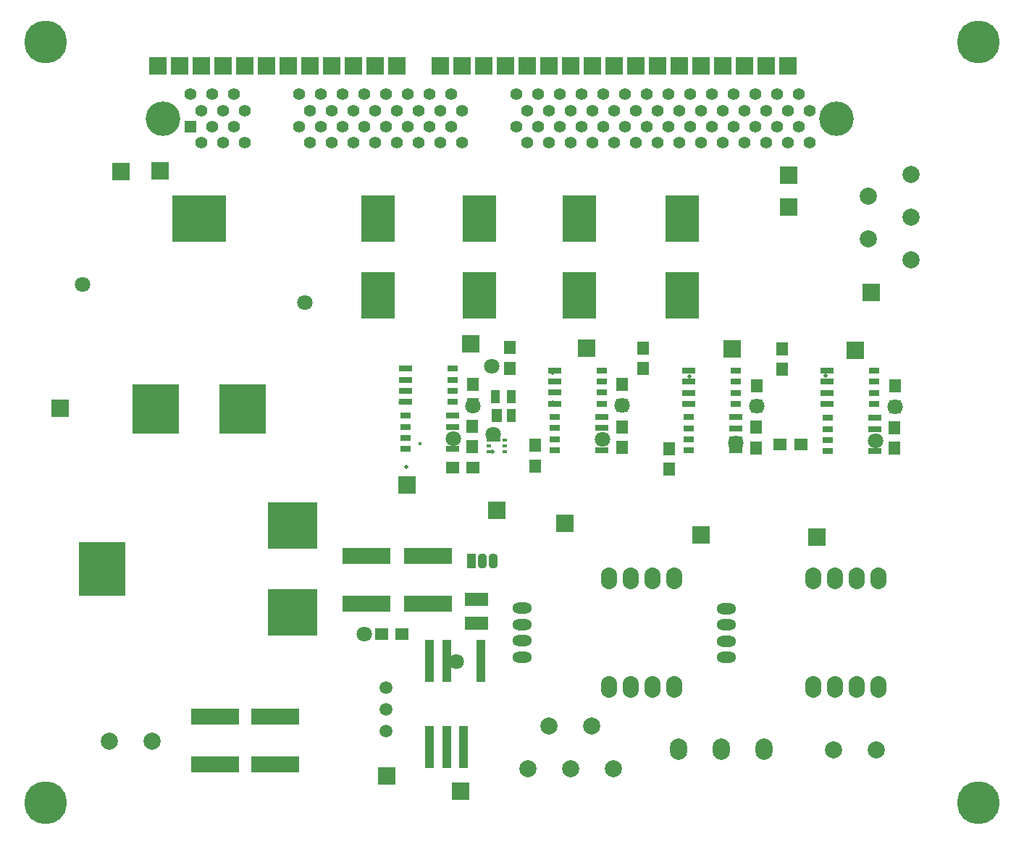
<source format=gts>
G04 Layer_Color=8388736*
%FSLAX44Y44*%
%MOMM*%
G71*
G01*
G75*
%ADD11R,5.7000X1.9000*%
%ADD12R,1.0000X5.0000*%
%ADD13R,1.0000X1.5000*%
%ADD14R,1.2500X1.5000*%
%ADD15R,1.5000X0.8000*%
%ADD16R,1.2000X0.8000*%
%ADD19R,4.0000X5.5000*%
%ADD20R,2.7000X1.6000*%
%ADD21R,5.5000X5.8000*%
%ADD22R,6.3500X5.4000*%
%ADD23R,5.4000X6.3500*%
%ADD24R,5.8000X5.5000*%
%ADD25R,1.4000X1.5000*%
%ADD26R,1.5000X1.4000*%
%ADD31R,2.0000X2.0000*%
%ADD32R,2.0000X2.0000*%
%ADD33O,1.9000X2.5400*%
%ADD34O,2.3000X1.3000*%
%ADD35C,1.5000*%
%ADD36C,2.0000*%
%ADD39O,2.0000X2.5000*%
%ADD40C,5.0000*%
%ADD41C,1.4000*%
%ADD42R,1.4000X1.4000*%
%ADD43C,4.0400*%
%ADD44C,1.8000*%
%ADD45C,0.5000*%
%ADD46C,0.4000*%
%ADD73R,0.5000X0.4500*%
%ADD74R,1.0000X0.4500*%
%ADD75R,1.1000X1.8000*%
%ADD76O,1.1000X1.8000*%
D11*
X477012Y318858D02*
D03*
Y262858D02*
D03*
X404622Y318858D02*
D03*
Y262858D02*
D03*
X228092Y74898D02*
D03*
Y130898D02*
D03*
X297942D02*
D03*
Y74898D02*
D03*
D12*
X498508Y195316D02*
D03*
X478508Y95316D02*
D03*
X538508Y195316D02*
D03*
X478508D02*
D03*
X518508Y95316D02*
D03*
X498508D02*
D03*
D13*
X555294Y504472D02*
D03*
X574294D02*
D03*
Y482472D02*
D03*
D14*
X557294D02*
D03*
D15*
X450342Y537630D02*
D03*
Y524630D02*
D03*
Y511630D02*
D03*
Y498630D02*
D03*
X505460Y482374D02*
D03*
Y469374D02*
D03*
Y456374D02*
D03*
Y443374D02*
D03*
X998982Y440834D02*
D03*
Y453834D02*
D03*
Y466834D02*
D03*
Y479834D02*
D03*
X943796Y496148D02*
D03*
Y509148D02*
D03*
Y522148D02*
D03*
Y535148D02*
D03*
X836930Y441734D02*
D03*
Y454734D02*
D03*
Y467734D02*
D03*
Y480734D02*
D03*
X782066Y496298D02*
D03*
Y509298D02*
D03*
Y522298D02*
D03*
Y535298D02*
D03*
X679958Y441988D02*
D03*
Y454988D02*
D03*
Y467988D02*
D03*
Y480988D02*
D03*
X625286Y496628D02*
D03*
Y509628D02*
D03*
Y522628D02*
D03*
Y535628D02*
D03*
D16*
X505342Y537630D02*
D03*
Y524630D02*
D03*
Y511630D02*
D03*
Y498630D02*
D03*
X450460Y482374D02*
D03*
Y469374D02*
D03*
Y456374D02*
D03*
Y443374D02*
D03*
X943982Y440834D02*
D03*
Y453834D02*
D03*
Y466834D02*
D03*
Y479834D02*
D03*
X998796Y496148D02*
D03*
Y509148D02*
D03*
Y522148D02*
D03*
Y535148D02*
D03*
X781930Y441734D02*
D03*
Y454734D02*
D03*
Y467734D02*
D03*
Y480734D02*
D03*
X837066Y496298D02*
D03*
Y509298D02*
D03*
Y522298D02*
D03*
Y535298D02*
D03*
X624958Y441988D02*
D03*
Y454988D02*
D03*
Y467988D02*
D03*
Y480988D02*
D03*
X680286Y496628D02*
D03*
Y509628D02*
D03*
Y522628D02*
D03*
Y535628D02*
D03*
D19*
X773684Y623344D02*
D03*
Y713344D02*
D03*
X653542Y713048D02*
D03*
Y623048D02*
D03*
X536702D02*
D03*
Y713048D02*
D03*
X418592D02*
D03*
Y623048D02*
D03*
D20*
X533908Y267774D02*
D03*
Y239774D02*
D03*
D21*
X158242Y490248D02*
D03*
X259842D02*
D03*
D22*
X209042Y712648D02*
D03*
D23*
X95862Y303558D02*
D03*
D24*
X318262Y354358D02*
D03*
Y252758D02*
D03*
D25*
X1022350Y444438D02*
D03*
Y468438D02*
D03*
X860298Y444782D02*
D03*
Y468782D02*
D03*
X704088Y445482D02*
D03*
Y469482D02*
D03*
X528320Y445990D02*
D03*
Y469990D02*
D03*
X529336Y519266D02*
D03*
Y495266D02*
D03*
X1022604Y493234D02*
D03*
Y517234D02*
D03*
X861314Y517550D02*
D03*
Y493550D02*
D03*
X704088Y494758D02*
D03*
Y518758D02*
D03*
X891032Y536668D02*
D03*
Y560668D02*
D03*
X758444Y444082D02*
D03*
Y420082D02*
D03*
X728726Y537684D02*
D03*
Y561684D02*
D03*
X601980Y447610D02*
D03*
Y423610D02*
D03*
X572262Y538000D02*
D03*
Y562000D02*
D03*
D26*
X912492Y449100D02*
D03*
X888492D02*
D03*
X422340Y227358D02*
D03*
X446340D02*
D03*
X505652Y421414D02*
D03*
X529652D02*
D03*
D31*
X557530Y371630D02*
D03*
X211450Y891400D02*
D03*
X186050D02*
D03*
X117602Y767870D02*
D03*
X931672Y340388D02*
D03*
X795782Y342928D02*
D03*
X637250Y356250D02*
D03*
X514604Y43208D02*
D03*
X832612Y560352D02*
D03*
X526796Y566194D02*
D03*
X287650Y891400D02*
D03*
X363952Y891398D02*
D03*
X262250Y891400D02*
D03*
X313152Y891398D02*
D03*
X338552D02*
D03*
X389352D02*
D03*
X490952D02*
D03*
X643352D02*
D03*
X516352D02*
D03*
X541752D02*
D03*
X567152D02*
D03*
X592552D02*
D03*
X668752D02*
D03*
X617952D02*
D03*
X994918Y626364D02*
D03*
X898652Y763806D02*
D03*
X694152Y891398D02*
D03*
X236850Y891400D02*
D03*
X770352Y891398D02*
D03*
X719552D02*
D03*
X795752D02*
D03*
X440152D02*
D03*
X821152D02*
D03*
X846552D02*
D03*
X897352D02*
D03*
X871952D02*
D03*
X898906Y726722D02*
D03*
X163830Y768886D02*
D03*
X160650Y891400D02*
D03*
X414752Y891398D02*
D03*
D32*
X429000Y61000D02*
D03*
X976376Y558828D02*
D03*
X662686Y561368D02*
D03*
X452374Y401066D02*
D03*
X46482Y491518D02*
D03*
X744952Y891398D02*
D03*
D33*
X688594Y165382D02*
D03*
X713994D02*
D03*
X739394D02*
D03*
X764794D02*
D03*
X688594Y292382D02*
D03*
X713994D02*
D03*
X739394D02*
D03*
X764794D02*
D03*
X1003808Y291874D02*
D03*
X978408D02*
D03*
X953008D02*
D03*
X927608D02*
D03*
X1003808Y164874D02*
D03*
X978408D02*
D03*
X953008D02*
D03*
X927608D02*
D03*
D34*
X586894Y200307D02*
D03*
Y257457D02*
D03*
Y219357D02*
D03*
Y238407D02*
D03*
X825908Y237899D02*
D03*
Y218849D02*
D03*
Y256949D02*
D03*
Y199799D02*
D03*
D35*
X427990Y113538D02*
D03*
Y164338D02*
D03*
Y138938D02*
D03*
D36*
X593636Y69578D02*
D03*
X668636Y119578D02*
D03*
X693636Y69578D02*
D03*
X618636Y119578D02*
D03*
X643636Y69578D02*
D03*
X1041362Y714638D02*
D03*
X991362Y689638D02*
D03*
X1041362Y764638D02*
D03*
X991362Y739638D02*
D03*
X1041362Y664638D02*
D03*
X1001122Y91722D02*
D03*
X951122D02*
D03*
X104032Y101628D02*
D03*
X154032D02*
D03*
D39*
X769912Y92484D02*
D03*
X819912D02*
D03*
X869912D02*
D03*
D40*
X1120000Y30000D02*
D03*
Y920000D02*
D03*
X30000D02*
D03*
Y30000D02*
D03*
D41*
X910082Y858498D02*
D03*
X922782Y839498D02*
D03*
X910082Y820498D02*
D03*
X922782Y801498D02*
D03*
X884682Y858498D02*
D03*
X897382Y839498D02*
D03*
X884682Y820498D02*
D03*
X897382Y801498D02*
D03*
X859282Y858498D02*
D03*
X871982Y839498D02*
D03*
X859282Y820498D02*
D03*
X871982Y801498D02*
D03*
X833882Y858498D02*
D03*
X846582Y839498D02*
D03*
X833882Y820498D02*
D03*
X846582Y801498D02*
D03*
X808482Y858498D02*
D03*
X821182Y839498D02*
D03*
X808482Y820498D02*
D03*
X821182Y801498D02*
D03*
X783082Y858498D02*
D03*
X795782Y839498D02*
D03*
X783082Y820498D02*
D03*
X795782Y801498D02*
D03*
X757682Y858498D02*
D03*
X770382Y839498D02*
D03*
X757682Y820498D02*
D03*
X770382Y801498D02*
D03*
X732282Y858498D02*
D03*
X744982Y839498D02*
D03*
X732282Y820498D02*
D03*
X744982Y801498D02*
D03*
X706882Y858498D02*
D03*
X719582Y839498D02*
D03*
X706882Y820498D02*
D03*
X719582Y801498D02*
D03*
X681482Y858498D02*
D03*
X694182Y839498D02*
D03*
X681482Y820498D02*
D03*
X694182Y801498D02*
D03*
X656082Y858498D02*
D03*
X668782Y839498D02*
D03*
X656082Y820498D02*
D03*
X668782Y801498D02*
D03*
X630682Y858498D02*
D03*
X643382Y839498D02*
D03*
X630682Y820498D02*
D03*
X643382Y801498D02*
D03*
X605282Y858498D02*
D03*
X617982Y839498D02*
D03*
X605282Y820498D02*
D03*
X617982Y801498D02*
D03*
X579882Y858498D02*
D03*
X592582Y839498D02*
D03*
X579882Y820498D02*
D03*
X592582Y801498D02*
D03*
X503682Y858498D02*
D03*
X516382Y839498D02*
D03*
X503682Y820498D02*
D03*
X516382Y801498D02*
D03*
X478282Y858498D02*
D03*
X490982Y839498D02*
D03*
X478282Y820498D02*
D03*
X490982Y801498D02*
D03*
X452882Y858498D02*
D03*
X465582Y839498D02*
D03*
X452882Y820498D02*
D03*
X465582Y801498D02*
D03*
X427482Y858498D02*
D03*
X440182Y839498D02*
D03*
X427482Y820498D02*
D03*
X440182Y801498D02*
D03*
X402082Y858498D02*
D03*
X414782Y839498D02*
D03*
X402082Y820498D02*
D03*
X414782Y801498D02*
D03*
X376682Y858498D02*
D03*
X389382Y839498D02*
D03*
X376682Y820498D02*
D03*
X389382Y801498D02*
D03*
X351282Y858498D02*
D03*
X363982Y839498D02*
D03*
X351282Y820498D02*
D03*
X363982Y801498D02*
D03*
X325882Y858498D02*
D03*
X338582Y839498D02*
D03*
X325882Y820498D02*
D03*
X338582Y801498D02*
D03*
X249682Y858498D02*
D03*
X262382Y839498D02*
D03*
X249682Y820498D02*
D03*
X262382Y801498D02*
D03*
X224282Y858498D02*
D03*
X236982Y839498D02*
D03*
X224282Y820498D02*
D03*
X236982Y801498D02*
D03*
X198882Y858498D02*
D03*
X211582Y839498D02*
D03*
Y801498D02*
D03*
D42*
X198882Y820498D02*
D03*
D43*
X167182Y829998D02*
D03*
X954482D02*
D03*
D44*
X553000Y461000D02*
D03*
X73152Y636016D02*
D03*
X402082Y226658D02*
D03*
X333310Y614454D02*
D03*
X404622Y262858D02*
D03*
X1022604Y493234D02*
D03*
X861314Y493550D02*
D03*
X836930Y450878D02*
D03*
X537464Y717578D02*
D03*
X655066Y718594D02*
D03*
X780288Y716308D02*
D03*
X228092Y74898D02*
D03*
X297942D02*
D03*
X427990Y702564D02*
D03*
X704000Y494250D02*
D03*
X529250Y494000D02*
D03*
X1000250Y453250D02*
D03*
X681000Y455000D02*
D03*
X506750Y455500D02*
D03*
X551180Y540258D02*
D03*
X510286Y194564D02*
D03*
D45*
X518160Y105918D02*
D03*
X552196Y440718D02*
D03*
X496570Y84864D02*
D03*
X782828Y528602D02*
D03*
X941832Y529618D02*
D03*
X940308Y496344D02*
D03*
X779018Y496852D02*
D03*
X622300Y497614D02*
D03*
X444754Y497868D02*
D03*
X728726Y537684D02*
D03*
X889000Y536730D02*
D03*
X622584Y532920D02*
D03*
X572262Y538000D02*
D03*
X574294Y504472D02*
D03*
X602488Y424716D02*
D03*
X759714Y420906D02*
D03*
X888492Y449100D02*
D03*
X554990Y504218D02*
D03*
X451804Y422938D02*
D03*
D46*
X467912Y450042D02*
D03*
D73*
X566768Y440672D02*
D03*
Y447172D02*
D03*
Y453672D02*
D03*
X547768Y440672D02*
D03*
Y447172D02*
D03*
Y453672D02*
D03*
D74*
X556768D02*
D03*
D75*
X527304Y312194D02*
D03*
D76*
X540004D02*
D03*
X552704D02*
D03*
M02*

</source>
